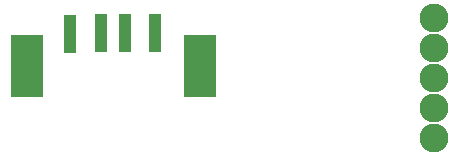
<source format=gts>
G04 EAGLE Gerber RS-274X export*
G75*
%MOMM*%
%FSLAX34Y34*%
%LPD*%
%INSoldermask Top*%
%IPPOS*%
%AMOC8*
5,1,8,0,0,1.08239X$1,22.5*%
G01*
%ADD10R,1.103200X3.203200*%
%ADD11R,2.703200X5.353200*%
%ADD12C,2.453200*%


D10*
X118560Y152334D03*
X98560Y152334D03*
X144503Y152639D03*
X72311Y151724D03*
D11*
X35644Y124495D03*
X181861Y124428D03*
D12*
X379928Y63545D03*
X379928Y88979D03*
X379928Y165206D03*
X379928Y139780D03*
X379928Y114327D03*
M02*

</source>
